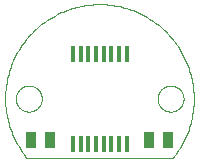
<source format=gtp>
G75*
%MOIN*%
%OFA0B0*%
%FSLAX25Y25*%
%IPPOS*%
%LPD*%
%AMOC8*
5,1,8,0,0,1.08239X$1,22.5*
%
%ADD10C,0.00000*%
%ADD11C,0.00300*%
%ADD12R,0.03600X0.05700*%
%ADD13R,0.01811X0.05630*%
D10*
X0008237Y0001406D02*
X0057056Y0001406D01*
X0051937Y0021091D02*
X0051939Y0021222D01*
X0051945Y0021354D01*
X0051955Y0021485D01*
X0051969Y0021616D01*
X0051987Y0021746D01*
X0052009Y0021875D01*
X0052034Y0022004D01*
X0052064Y0022132D01*
X0052098Y0022259D01*
X0052135Y0022386D01*
X0052176Y0022510D01*
X0052221Y0022634D01*
X0052270Y0022756D01*
X0052322Y0022877D01*
X0052378Y0022995D01*
X0052438Y0023113D01*
X0052501Y0023228D01*
X0052568Y0023341D01*
X0052638Y0023453D01*
X0052711Y0023562D01*
X0052787Y0023668D01*
X0052867Y0023773D01*
X0052950Y0023875D01*
X0053036Y0023974D01*
X0053125Y0024071D01*
X0053217Y0024165D01*
X0053312Y0024256D01*
X0053409Y0024345D01*
X0053509Y0024430D01*
X0053612Y0024512D01*
X0053717Y0024591D01*
X0053824Y0024667D01*
X0053934Y0024739D01*
X0054046Y0024808D01*
X0054160Y0024874D01*
X0054275Y0024936D01*
X0054393Y0024995D01*
X0054512Y0025050D01*
X0054633Y0025102D01*
X0054756Y0025149D01*
X0054880Y0025193D01*
X0055005Y0025234D01*
X0055131Y0025270D01*
X0055259Y0025303D01*
X0055387Y0025331D01*
X0055516Y0025356D01*
X0055646Y0025377D01*
X0055776Y0025394D01*
X0055907Y0025407D01*
X0056038Y0025416D01*
X0056169Y0025421D01*
X0056301Y0025422D01*
X0056432Y0025419D01*
X0056564Y0025412D01*
X0056695Y0025401D01*
X0056825Y0025386D01*
X0056955Y0025367D01*
X0057085Y0025344D01*
X0057213Y0025318D01*
X0057341Y0025287D01*
X0057468Y0025252D01*
X0057594Y0025214D01*
X0057718Y0025172D01*
X0057842Y0025126D01*
X0057963Y0025076D01*
X0058083Y0025023D01*
X0058202Y0024966D01*
X0058319Y0024906D01*
X0058433Y0024842D01*
X0058546Y0024774D01*
X0058657Y0024703D01*
X0058766Y0024629D01*
X0058872Y0024552D01*
X0058976Y0024471D01*
X0059077Y0024388D01*
X0059176Y0024301D01*
X0059272Y0024211D01*
X0059365Y0024118D01*
X0059456Y0024023D01*
X0059543Y0023925D01*
X0059628Y0023824D01*
X0059709Y0023721D01*
X0059787Y0023615D01*
X0059862Y0023507D01*
X0059934Y0023397D01*
X0060002Y0023285D01*
X0060067Y0023171D01*
X0060128Y0023054D01*
X0060186Y0022936D01*
X0060240Y0022816D01*
X0060291Y0022695D01*
X0060338Y0022572D01*
X0060381Y0022448D01*
X0060420Y0022323D01*
X0060456Y0022196D01*
X0060487Y0022068D01*
X0060515Y0021940D01*
X0060539Y0021811D01*
X0060559Y0021681D01*
X0060575Y0021550D01*
X0060587Y0021419D01*
X0060595Y0021288D01*
X0060599Y0021157D01*
X0060599Y0021025D01*
X0060595Y0020894D01*
X0060587Y0020763D01*
X0060575Y0020632D01*
X0060559Y0020501D01*
X0060539Y0020371D01*
X0060515Y0020242D01*
X0060487Y0020114D01*
X0060456Y0019986D01*
X0060420Y0019859D01*
X0060381Y0019734D01*
X0060338Y0019610D01*
X0060291Y0019487D01*
X0060240Y0019366D01*
X0060186Y0019246D01*
X0060128Y0019128D01*
X0060067Y0019011D01*
X0060002Y0018897D01*
X0059934Y0018785D01*
X0059862Y0018675D01*
X0059787Y0018567D01*
X0059709Y0018461D01*
X0059628Y0018358D01*
X0059543Y0018257D01*
X0059456Y0018159D01*
X0059365Y0018064D01*
X0059272Y0017971D01*
X0059176Y0017881D01*
X0059077Y0017794D01*
X0058976Y0017711D01*
X0058872Y0017630D01*
X0058766Y0017553D01*
X0058657Y0017479D01*
X0058546Y0017408D01*
X0058434Y0017340D01*
X0058319Y0017276D01*
X0058202Y0017216D01*
X0058083Y0017159D01*
X0057963Y0017106D01*
X0057842Y0017056D01*
X0057718Y0017010D01*
X0057594Y0016968D01*
X0057468Y0016930D01*
X0057341Y0016895D01*
X0057213Y0016864D01*
X0057085Y0016838D01*
X0056955Y0016815D01*
X0056825Y0016796D01*
X0056695Y0016781D01*
X0056564Y0016770D01*
X0056432Y0016763D01*
X0056301Y0016760D01*
X0056169Y0016761D01*
X0056038Y0016766D01*
X0055907Y0016775D01*
X0055776Y0016788D01*
X0055646Y0016805D01*
X0055516Y0016826D01*
X0055387Y0016851D01*
X0055259Y0016879D01*
X0055131Y0016912D01*
X0055005Y0016948D01*
X0054880Y0016989D01*
X0054756Y0017033D01*
X0054633Y0017080D01*
X0054512Y0017132D01*
X0054393Y0017187D01*
X0054275Y0017246D01*
X0054160Y0017308D01*
X0054046Y0017374D01*
X0053934Y0017443D01*
X0053824Y0017515D01*
X0053717Y0017591D01*
X0053612Y0017670D01*
X0053509Y0017752D01*
X0053409Y0017837D01*
X0053312Y0017926D01*
X0053217Y0018017D01*
X0053125Y0018111D01*
X0053036Y0018208D01*
X0052950Y0018307D01*
X0052867Y0018409D01*
X0052787Y0018514D01*
X0052711Y0018620D01*
X0052638Y0018729D01*
X0052568Y0018841D01*
X0052501Y0018954D01*
X0052438Y0019069D01*
X0052378Y0019187D01*
X0052322Y0019305D01*
X0052270Y0019426D01*
X0052221Y0019548D01*
X0052176Y0019672D01*
X0052135Y0019796D01*
X0052098Y0019923D01*
X0052064Y0020050D01*
X0052034Y0020178D01*
X0052009Y0020307D01*
X0051987Y0020436D01*
X0051969Y0020566D01*
X0051955Y0020697D01*
X0051945Y0020828D01*
X0051939Y0020960D01*
X0051937Y0021091D01*
X0004693Y0021091D02*
X0004695Y0021222D01*
X0004701Y0021354D01*
X0004711Y0021485D01*
X0004725Y0021616D01*
X0004743Y0021746D01*
X0004765Y0021875D01*
X0004790Y0022004D01*
X0004820Y0022132D01*
X0004854Y0022259D01*
X0004891Y0022386D01*
X0004932Y0022510D01*
X0004977Y0022634D01*
X0005026Y0022756D01*
X0005078Y0022877D01*
X0005134Y0022995D01*
X0005194Y0023113D01*
X0005257Y0023228D01*
X0005324Y0023341D01*
X0005394Y0023453D01*
X0005467Y0023562D01*
X0005543Y0023668D01*
X0005623Y0023773D01*
X0005706Y0023875D01*
X0005792Y0023974D01*
X0005881Y0024071D01*
X0005973Y0024165D01*
X0006068Y0024256D01*
X0006165Y0024345D01*
X0006265Y0024430D01*
X0006368Y0024512D01*
X0006473Y0024591D01*
X0006580Y0024667D01*
X0006690Y0024739D01*
X0006802Y0024808D01*
X0006916Y0024874D01*
X0007031Y0024936D01*
X0007149Y0024995D01*
X0007268Y0025050D01*
X0007389Y0025102D01*
X0007512Y0025149D01*
X0007636Y0025193D01*
X0007761Y0025234D01*
X0007887Y0025270D01*
X0008015Y0025303D01*
X0008143Y0025331D01*
X0008272Y0025356D01*
X0008402Y0025377D01*
X0008532Y0025394D01*
X0008663Y0025407D01*
X0008794Y0025416D01*
X0008925Y0025421D01*
X0009057Y0025422D01*
X0009188Y0025419D01*
X0009320Y0025412D01*
X0009451Y0025401D01*
X0009581Y0025386D01*
X0009711Y0025367D01*
X0009841Y0025344D01*
X0009969Y0025318D01*
X0010097Y0025287D01*
X0010224Y0025252D01*
X0010350Y0025214D01*
X0010474Y0025172D01*
X0010598Y0025126D01*
X0010719Y0025076D01*
X0010839Y0025023D01*
X0010958Y0024966D01*
X0011075Y0024906D01*
X0011189Y0024842D01*
X0011302Y0024774D01*
X0011413Y0024703D01*
X0011522Y0024629D01*
X0011628Y0024552D01*
X0011732Y0024471D01*
X0011833Y0024388D01*
X0011932Y0024301D01*
X0012028Y0024211D01*
X0012121Y0024118D01*
X0012212Y0024023D01*
X0012299Y0023925D01*
X0012384Y0023824D01*
X0012465Y0023721D01*
X0012543Y0023615D01*
X0012618Y0023507D01*
X0012690Y0023397D01*
X0012758Y0023285D01*
X0012823Y0023171D01*
X0012884Y0023054D01*
X0012942Y0022936D01*
X0012996Y0022816D01*
X0013047Y0022695D01*
X0013094Y0022572D01*
X0013137Y0022448D01*
X0013176Y0022323D01*
X0013212Y0022196D01*
X0013243Y0022068D01*
X0013271Y0021940D01*
X0013295Y0021811D01*
X0013315Y0021681D01*
X0013331Y0021550D01*
X0013343Y0021419D01*
X0013351Y0021288D01*
X0013355Y0021157D01*
X0013355Y0021025D01*
X0013351Y0020894D01*
X0013343Y0020763D01*
X0013331Y0020632D01*
X0013315Y0020501D01*
X0013295Y0020371D01*
X0013271Y0020242D01*
X0013243Y0020114D01*
X0013212Y0019986D01*
X0013176Y0019859D01*
X0013137Y0019734D01*
X0013094Y0019610D01*
X0013047Y0019487D01*
X0012996Y0019366D01*
X0012942Y0019246D01*
X0012884Y0019128D01*
X0012823Y0019011D01*
X0012758Y0018897D01*
X0012690Y0018785D01*
X0012618Y0018675D01*
X0012543Y0018567D01*
X0012465Y0018461D01*
X0012384Y0018358D01*
X0012299Y0018257D01*
X0012212Y0018159D01*
X0012121Y0018064D01*
X0012028Y0017971D01*
X0011932Y0017881D01*
X0011833Y0017794D01*
X0011732Y0017711D01*
X0011628Y0017630D01*
X0011522Y0017553D01*
X0011413Y0017479D01*
X0011302Y0017408D01*
X0011190Y0017340D01*
X0011075Y0017276D01*
X0010958Y0017216D01*
X0010839Y0017159D01*
X0010719Y0017106D01*
X0010598Y0017056D01*
X0010474Y0017010D01*
X0010350Y0016968D01*
X0010224Y0016930D01*
X0010097Y0016895D01*
X0009969Y0016864D01*
X0009841Y0016838D01*
X0009711Y0016815D01*
X0009581Y0016796D01*
X0009451Y0016781D01*
X0009320Y0016770D01*
X0009188Y0016763D01*
X0009057Y0016760D01*
X0008925Y0016761D01*
X0008794Y0016766D01*
X0008663Y0016775D01*
X0008532Y0016788D01*
X0008402Y0016805D01*
X0008272Y0016826D01*
X0008143Y0016851D01*
X0008015Y0016879D01*
X0007887Y0016912D01*
X0007761Y0016948D01*
X0007636Y0016989D01*
X0007512Y0017033D01*
X0007389Y0017080D01*
X0007268Y0017132D01*
X0007149Y0017187D01*
X0007031Y0017246D01*
X0006916Y0017308D01*
X0006802Y0017374D01*
X0006690Y0017443D01*
X0006580Y0017515D01*
X0006473Y0017591D01*
X0006368Y0017670D01*
X0006265Y0017752D01*
X0006165Y0017837D01*
X0006068Y0017926D01*
X0005973Y0018017D01*
X0005881Y0018111D01*
X0005792Y0018208D01*
X0005706Y0018307D01*
X0005623Y0018409D01*
X0005543Y0018514D01*
X0005467Y0018620D01*
X0005394Y0018729D01*
X0005324Y0018841D01*
X0005257Y0018954D01*
X0005194Y0019069D01*
X0005134Y0019187D01*
X0005078Y0019305D01*
X0005026Y0019426D01*
X0004977Y0019548D01*
X0004932Y0019672D01*
X0004891Y0019796D01*
X0004854Y0019923D01*
X0004820Y0020050D01*
X0004790Y0020178D01*
X0004765Y0020307D01*
X0004743Y0020436D01*
X0004725Y0020566D01*
X0004711Y0020697D01*
X0004701Y0020828D01*
X0004695Y0020960D01*
X0004693Y0021091D01*
D11*
X0001150Y0021092D02*
X0001159Y0021861D01*
X0001187Y0022630D01*
X0001233Y0023398D01*
X0001298Y0024165D01*
X0001382Y0024930D01*
X0001485Y0025693D01*
X0001606Y0026453D01*
X0001746Y0027210D01*
X0001905Y0027963D01*
X0002082Y0028712D01*
X0002277Y0029456D01*
X0002490Y0030196D01*
X0002722Y0030930D01*
X0002971Y0031658D01*
X0003238Y0032380D01*
X0003522Y0033095D01*
X0003824Y0033802D01*
X0004144Y0034503D01*
X0004480Y0035195D01*
X0004833Y0035879D01*
X0005203Y0036554D01*
X0005589Y0037219D01*
X0005992Y0037875D01*
X0006410Y0038521D01*
X0006844Y0039157D01*
X0007293Y0039781D01*
X0007758Y0040395D01*
X0008238Y0040997D01*
X0008732Y0041587D01*
X0009240Y0042165D01*
X0009762Y0042730D01*
X0010299Y0043282D01*
X0010848Y0043821D01*
X0011410Y0044346D01*
X0011986Y0044857D01*
X0012573Y0045354D01*
X0013173Y0045837D01*
X0013784Y0046305D01*
X0014406Y0046757D01*
X0015040Y0047195D01*
X0015683Y0047616D01*
X0016337Y0048022D01*
X0017001Y0048412D01*
X0017674Y0048785D01*
X0018356Y0049141D01*
X0019047Y0049481D01*
X0019745Y0049804D01*
X0020451Y0050110D01*
X0021165Y0050398D01*
X0021885Y0050668D01*
X0022612Y0050921D01*
X0023345Y0051156D01*
X0024083Y0051374D01*
X0024827Y0051572D01*
X0025575Y0051753D01*
X0026327Y0051915D01*
X0027083Y0052059D01*
X0027843Y0052184D01*
X0028605Y0052291D01*
X0029369Y0052379D01*
X0030136Y0052448D01*
X0030904Y0052498D01*
X0031673Y0052530D01*
X0032442Y0052543D01*
X0033212Y0052537D01*
X0033981Y0052512D01*
X0034749Y0052468D01*
X0035516Y0052405D01*
X0036282Y0052324D01*
X0037045Y0052224D01*
X0037805Y0052105D01*
X0038562Y0051968D01*
X0039316Y0051812D01*
X0040066Y0051638D01*
X0040811Y0051445D01*
X0041551Y0051235D01*
X0042286Y0051006D01*
X0043015Y0050759D01*
X0043737Y0050495D01*
X0044453Y0050213D01*
X0045162Y0049913D01*
X0045864Y0049596D01*
X0046557Y0049262D01*
X0047242Y0048912D01*
X0047918Y0048544D01*
X0048585Y0048160D01*
X0049243Y0047760D01*
X0049890Y0047344D01*
X0050527Y0046912D01*
X0051153Y0046465D01*
X0051769Y0046003D01*
X0052372Y0045525D01*
X0052964Y0045033D01*
X0053544Y0044527D01*
X0054110Y0044006D01*
X0054665Y0043472D01*
X0055205Y0042925D01*
X0055733Y0042364D01*
X0056246Y0041791D01*
X0056745Y0041205D01*
X0057230Y0040607D01*
X0057700Y0039998D01*
X0058154Y0039377D01*
X0058594Y0038745D01*
X0059018Y0038103D01*
X0059426Y0037450D01*
X0059818Y0036788D01*
X0060193Y0036116D01*
X0060552Y0035435D01*
X0060894Y0034746D01*
X0061220Y0034049D01*
X0061528Y0033343D01*
X0061819Y0032631D01*
X0062092Y0031911D01*
X0062347Y0031185D01*
X0062585Y0030453D01*
X0062804Y0029716D01*
X0063006Y0028973D01*
X0063189Y0028226D01*
X0063354Y0027474D01*
X0063501Y0026718D01*
X0063629Y0025959D01*
X0063738Y0025198D01*
X0063828Y0024433D01*
X0063900Y0023667D01*
X0063953Y0022899D01*
X0063988Y0022131D01*
X0064003Y0021361D01*
X0064000Y0020592D01*
X0063977Y0019822D01*
X0063936Y0019054D01*
X0063876Y0018287D01*
X0063798Y0017521D01*
X0063700Y0016758D01*
X0063584Y0015997D01*
X0063450Y0015239D01*
X0063296Y0014485D01*
X0063125Y0013735D01*
X0062935Y0012989D01*
X0062727Y0012248D01*
X0062501Y0011512D01*
X0062257Y0010782D01*
X0061995Y0010059D01*
X0061715Y0009342D01*
X0061418Y0008632D01*
X0061104Y0007929D01*
X0060772Y0007235D01*
X0060424Y0006549D01*
X0060059Y0005871D01*
X0059677Y0005203D01*
X0059279Y0004544D01*
X0058866Y0003895D01*
X0058436Y0003256D01*
X0057991Y0002629D01*
X0057531Y0002012D01*
X0057055Y0001407D01*
X0008236Y0001406D02*
X0007762Y0002002D01*
X0007302Y0002609D01*
X0006856Y0003227D01*
X0006426Y0003856D01*
X0006011Y0004495D01*
X0005612Y0005143D01*
X0005229Y0005802D01*
X0004862Y0006469D01*
X0004511Y0007145D01*
X0004176Y0007829D01*
X0003858Y0008522D01*
X0003557Y0009221D01*
X0003273Y0009928D01*
X0003007Y0010642D01*
X0002757Y0011362D01*
X0002526Y0012087D01*
X0002312Y0012818D01*
X0002115Y0013554D01*
X0001937Y0014295D01*
X0001776Y0015039D01*
X0001634Y0015788D01*
X0001510Y0016539D01*
X0001404Y0017293D01*
X0001316Y0018050D01*
X0001247Y0018809D01*
X0001196Y0019569D01*
X0001164Y0020330D01*
X0001150Y0021091D01*
D12*
X0009800Y0007430D03*
X0016200Y0007430D03*
X0048934Y0007233D03*
X0055334Y0007233D03*
D13*
X0041622Y0006052D03*
X0039063Y0006052D03*
X0036504Y0006052D03*
X0033945Y0006052D03*
X0031386Y0006052D03*
X0028827Y0006052D03*
X0026268Y0006052D03*
X0023709Y0006052D03*
X0023709Y0035934D03*
X0026268Y0035934D03*
X0028827Y0035934D03*
X0031386Y0035934D03*
X0033945Y0035934D03*
X0036504Y0035934D03*
X0039063Y0035934D03*
X0041622Y0035934D03*
M02*

</source>
